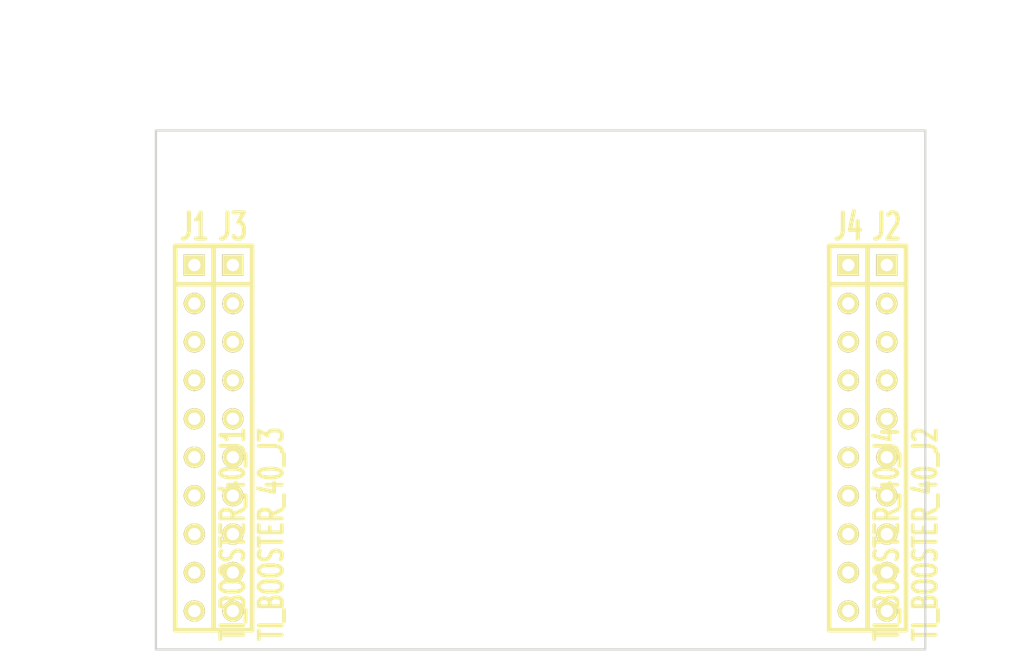
<source format=kicad_pcb>
(kicad_pcb (version 20221018) (generator pcbnew)
  (layers (0 "F.Cu" signal) (31 "B.Cu" signal) (34 "B.Paste" user) (35 "F.Paste" user) (36 "B.SilkS" user) (37 "F.SilkS" user) (38 "B.Mask" user) (39 "F.Mask" user) (44 "Edge.Cuts" user))
  (net 0 "")
  (net 1 "+5V")
  (net 2 "GND")
  (net 3 "VCC")
  (footprint "SIL-10" (layer "F.Cu") (at 187.96 133.35 -90)
    (fp_text reference "J3" (at -13.97 0) (layer "F.SilkS") (effects (font (size 1.72974 1.08712) (thickness 0.3048))))
    (fp_text value "TI_BOOSTER_40_J3" (at 6.35 -2.54 270) (layer "F.SilkS") (effects (font (size 1.524 1.016) (thickness 0.3048))))
    (fp_line (start -12.7 -1.27) (end 12.7 -1.27) (stroke (width 0.3048)) (layer "F.SilkS"))
    (fp_line (start -12.7 1.27) (end -12.7 -1.27) (stroke (width 0.3048)) (layer "F.SilkS"))
    (fp_line (start -10.16 1.27) (end -10.16 -1.27) (stroke (width 0.3048)) (layer "F.SilkS"))
    (fp_line (start 12.7 -1.27) (end 12.7 1.27) (stroke (width 0.3048)) (layer "F.SilkS"))
    (fp_line (start 12.7 1.27) (end -12.7 1.27) (stroke (width 0.3048)) (layer "F.SilkS"))
    (pad "1" thru_hole rect (at -11.43 0 270) (size 1.397 1.397) (drill 0.8128) (layers "*.Cu" "*.Mask" "F.SilkS") (net 1 "+5V"))
    (pad "2" thru_hole circle (at -8.89 0 270) (size 1.397 1.397) (drill 0.8128) (layers "*.Cu" "*.Mask" "F.SilkS") (net 2 "GND"))
    (pad "3" thru_hole circle (at -6.35 0 270) (size 1.397 1.397) (drill 0.8128) (layers "*.Cu" "*.Mask" "F.SilkS"))
    (pad "4" thru_hole circle (at -3.81 0 270) (size 1.397 1.397) (drill 0.8128) (layers "*.Cu" "*.Mask" "F.SilkS"))
    (pad "5" thru_hole circle (at -1.27 0 270) (size 1.397 1.397) (drill 0.8128) (layers "*.Cu" "*.Mask" "F.SilkS"))
    (pad "6" thru_hole circle (at 1.27 0 270) (size 1.397 1.397) (drill 0.8128) (layers "*.Cu" "*.Mask" "F.SilkS"))
    (pad "7" thru_hole circle (at 3.81 0 270) (size 1.397 1.397) (drill 0.8128) (layers "*.Cu" "*.Mask" "F.SilkS"))
    (pad "8" thru_hole circle (at 6.35 0 270) (size 1.397 1.397) (drill 0.8128) (layers "*.Cu" "*.Mask" "F.SilkS"))
    (pad "9" thru_hole circle (at 8.89 0 270) (size 1.397 1.397) (drill 0.8128) (layers "*.Cu" "*.Mask" "F.SilkS"))
    (pad "10" thru_hole circle (at 11.43 0 270) (size 1.397 1.397) (drill 0.8128) (layers "*.Cu" "*.Mask" "F.SilkS"))
  )
  (footprint "SIL-10" (layer "F.Cu") (at 185.42 133.35 -90)
    (fp_text reference "J1" (at -13.97 0) (layer "F.SilkS") (effects (font (size 1.72974 1.08712) (thickness 0.3048))))
    (fp_text value "TI_BOOSTER_40_J1" (at 6.35 -2.54 270) (layer "F.SilkS") (effects (font (size 1.524 1.016) (thickness 0.3048))))
    (fp_line (start -12.7 -1.27) (end 12.7 -1.27) (stroke (width 0.3048)) (layer "F.SilkS"))
    (fp_line (start -12.7 1.27) (end -12.7 -1.27) (stroke (width 0.3048)) (layer "F.SilkS"))
    (fp_line (start -10.16 1.27) (end -10.16 -1.27) (stroke (width 0.3048)) (layer "F.SilkS"))
    (fp_line (start 12.7 -1.27) (end 12.7 1.27) (stroke (width 0.3048)) (layer "F.SilkS"))
    (fp_line (start 12.7 1.27) (end -12.7 1.27) (stroke (width 0.3048)) (layer "F.SilkS"))
    (pad "1" thru_hole rect (at -11.43 0 270) (size 1.397 1.397) (drill 0.8128) (layers "*.Cu" "*.Mask" "F.SilkS") (net 3 "VCC"))
    (pad "2" thru_hole circle (at -8.89 0 270) (size 1.397 1.397) (drill 0.8128) (layers "*.Cu" "*.Mask" "F.SilkS"))
    (pad "3" thru_hole circle (at -6.35 0 270) (size 1.397 1.397) (drill 0.8128) (layers "*.Cu" "*.Mask" "F.SilkS"))
    (pad "4" thru_hole circle (at -3.81 0 270) (size 1.397 1.397) (drill 0.8128) (layers "*.Cu" "*.Mask" "F.SilkS"))
    (pad "5" thru_hole circle (at -1.27 0 270) (size 1.397 1.397) (drill 0.8128) (layers "*.Cu" "*.Mask" "F.SilkS"))
    (pad "6" thru_hole circle (at 1.27 0 270) (size 1.397 1.397) (drill 0.8128) (layers "*.Cu" "*.Mask" "F.SilkS"))
    (pad "7" thru_hole circle (at 3.81 0 270) (size 1.397 1.397) (drill 0.8128) (layers "*.Cu" "*.Mask" "F.SilkS"))
    (pad "8" thru_hole circle (at 6.35 0 270) (size 1.397 1.397) (drill 0.8128) (layers "*.Cu" "*.Mask" "F.SilkS"))
    (pad "9" thru_hole circle (at 8.89 0 270) (size 1.397 1.397) (drill 0.8128) (layers "*.Cu" "*.Mask" "F.SilkS"))
    (pad "10" thru_hole circle (at 11.43 0 270) (size 1.397 1.397) (drill 0.8128) (layers "*.Cu" "*.Mask" "F.SilkS"))
  )
  (footprint "SIL-10" (layer "F.Cu") (at 231.14 133.35 -90)
    (fp_text reference "J2" (at -13.97 0) (layer "F.SilkS") (effects (font (size 1.72974 1.08712) (thickness 0.3048))))
    (fp_text value "TI_BOOSTER_40_J2" (at 6.35 -2.54 270) (layer "F.SilkS") (effects (font (size 1.524 1.016) (thickness 0.3048))))
    (fp_line (start -12.7 -1.27) (end 12.7 -1.27) (stroke (width 0.3048)) (layer "F.SilkS"))
    (fp_line (start -12.7 1.27) (end -12.7 -1.27) (stroke (width 0.3048)) (layer "F.SilkS"))
    (fp_line (start -10.16 1.27) (end -10.16 -1.27) (stroke (width 0.3048)) (layer "F.SilkS"))
    (fp_line (start 12.7 -1.27) (end 12.7 1.27) (stroke (width 0.3048)) (layer "F.SilkS"))
    (fp_line (start 12.7 1.27) (end -12.7 1.27) (stroke (width 0.3048)) (layer "F.SilkS"))
    (pad "1" thru_hole rect (at -11.43 0 270) (size 1.397 1.397) (drill 0.8128) (layers "*.Cu" "*.Mask" "F.SilkS") (net 2 "GND"))
    (pad "2" thru_hole circle (at -8.89 0 270) (size 1.397 1.397) (drill 0.8128) (layers "*.Cu" "*.Mask" "F.SilkS"))
    (pad "3" thru_hole circle (at -6.35 0 270) (size 1.397 1.397) (drill 0.8128) (layers "*.Cu" "*.Mask" "F.SilkS"))
    (pad "4" thru_hole circle (at -3.81 0 270) (size 1.397 1.397) (drill 0.8128) (layers "*.Cu" "*.Mask" "F.SilkS"))
    (pad "5" thru_hole circle (at -1.27 0 270) (size 1.397 1.397) (drill 0.8128) (layers "*.Cu" "*.Mask" "F.SilkS"))
    (pad "6" thru_hole circle (at 1.27 0 270) (size 1.397 1.397) (drill 0.8128) (layers "*.Cu" "*.Mask" "F.SilkS"))
    (pad "7" thru_hole circle (at 3.81 0 270) (size 1.397 1.397) (drill 0.8128) (layers "*.Cu" "*.Mask" "F.SilkS"))
    (pad "8" thru_hole circle (at 6.35 0 270) (size 1.397 1.397) (drill 0.8128) (layers "*.Cu" "*.Mask" "F.SilkS"))
    (pad "9" thru_hole circle (at 8.89 0 270) (size 1.397 1.397) (drill 0.8128) (layers "*.Cu" "*.Mask" "F.SilkS"))
    (pad "10" thru_hole circle (at 11.43 0 270) (size 1.397 1.397) (drill 0.8128) (layers "*.Cu" "*.Mask" "F.SilkS"))
  )
  (footprint "SIL-10" (layer "F.Cu") (at 228.6 133.35 -90)
    (fp_text reference "J4" (at -13.97 0) (layer "F.SilkS") (effects (font (size 1.72974 1.08712) (thickness 0.3048))))
    (fp_text value "TI_BOOSTER_40_J4" (at 6.35 -2.54 270) (layer "F.SilkS") (effects (font (size 1.524 1.016) (thickness 0.3048))))
    (fp_line (start -12.7 -1.27) (end 12.7 -1.27) (stroke (width 0.3048)) (layer "F.SilkS"))
    (fp_line (start -12.7 1.27) (end -12.7 -1.27) (stroke (width 0.3048)) (layer "F.SilkS"))
    (fp_line (start -10.16 1.27) (end -10.16 -1.27) (stroke (width 0.3048)) (layer "F.SilkS"))
    (fp_line (start 12.7 -1.27) (end 12.7 1.27) (stroke (width 0.3048)) (layer "F.SilkS"))
    (fp_line (start 12.7 1.27) (end -12.7 1.27) (stroke (width 0.3048)) (layer "F.SilkS"))
    (pad "1" thru_hole rect (at -11.43 0 270) (size 1.397 1.397) (drill 0.8128) (layers "*.Cu" "*.Mask" "F.SilkS"))
    (pad "2" thru_hole circle (at -8.89 0 270) (size 1.397 1.397) (drill 0.8128) (layers "*.Cu" "*.Mask" "F.SilkS"))
    (pad "3" thru_hole circle (at -6.35 0 270) (size 1.397 1.397) (drill 0.8128) (layers "*.Cu" "*.Mask" "F.SilkS"))
    (pad "4" thru_hole circle (at -3.81 0 270) (size 1.397 1.397) (drill 0.8128) (layers "*.Cu" "*.Mask" "F.SilkS"))
    (pad "5" thru_hole circle (at -1.27 0 270) (size 1.397 1.397) (drill 0.8128) (layers "*.Cu" "*.Mask" "F.SilkS"))
    (pad "6" thru_hole circle (at 1.27 0 270) (size 1.397 1.397) (drill 0.8128) (layers "*.Cu" "*.Mask" "F.SilkS"))
    (pad "7" thru_hole circle (at 3.81 0 270) (size 1.397 1.397) (drill 0.8128) (layers "*.Cu" "*.Mask" "F.SilkS"))
    (pad "8" thru_hole circle (at 6.35 0 270) (size 1.397 1.397) (drill 0.8128) (layers "*.Cu" "*.Mask" "F.SilkS"))
    (pad "9" thru_hole circle (at 8.89 0 270) (size 1.397 1.397) (drill 0.8128) (layers "*.Cu" "*.Mask" "F.SilkS"))
    (pad "10" thru_hole circle (at 11.43 0 270) (size 1.397 1.397) (drill 0.8128) (layers "*.Cu" "*.Mask" "F.SilkS"))
  )
  (gr_line (start 233.68 113.03) (end 233.68 147.32) (stroke (width 0.14986)) (layer "Edge.Cuts"))
  (gr_line (start 182.88 147.32) (end 182.88 113.03) (stroke (width 0.14986)) (layer "Edge.Cuts"))
  (gr_line (start 182.88 113.03) (end 233.68 113.03) (stroke (width 0.15)) (layer "Edge.Cuts"))
  (gr_line (start 233.68 147.32) (end 182.88 147.32) (stroke (width 0.15)) (layer "Edge.Cuts"))
)
</source>
